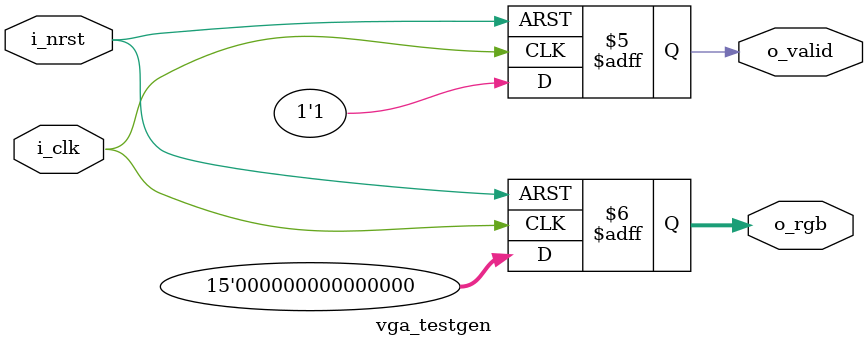
<source format=v>
`timescale 1ns/1ps
module vga_testgen(	
   input    wire                    i_clk,
   input    wire                    i_nrst,
   output   reg                     o_valid,
   output   reg   [RGB_WIDTH-1:0]   o_rgb         	
);

   parameter   R_WIDTH     = 5;
   parameter   G_WIDTH     = 5;
   parameter   B_WIDTH     = 5;
   parameter   RGB_WIDTH   = R_WIDTH + G_WIDTH + B_WIDTH; 

   always@(posedge i_clk or negedge i_nrst) begin
		if(!i_nrst) o_rgb    <= 'd0;
      else        o_rgb    <= 'd0; 
	end
 
   always@(posedge i_clk or negedge i_nrst) begin
		if(!i_nrst) o_valid  <= 'd0;
      else        o_valid  <= 'd1; 
	end
     

endmodule

</source>
